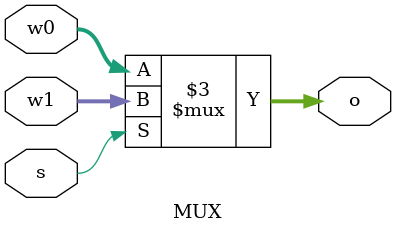
<source format=v>
`timescale 1ns / 1ps

module MUX#(parameter WIDTH = 4)(
    input  s,
    input [WIDTH-1:0] w0,w1,
    output reg [WIDTH-1:0] o
    );
    always @(*) begin
        if(s) o=w1;
        else o=w0;
    end
endmodule

</source>
